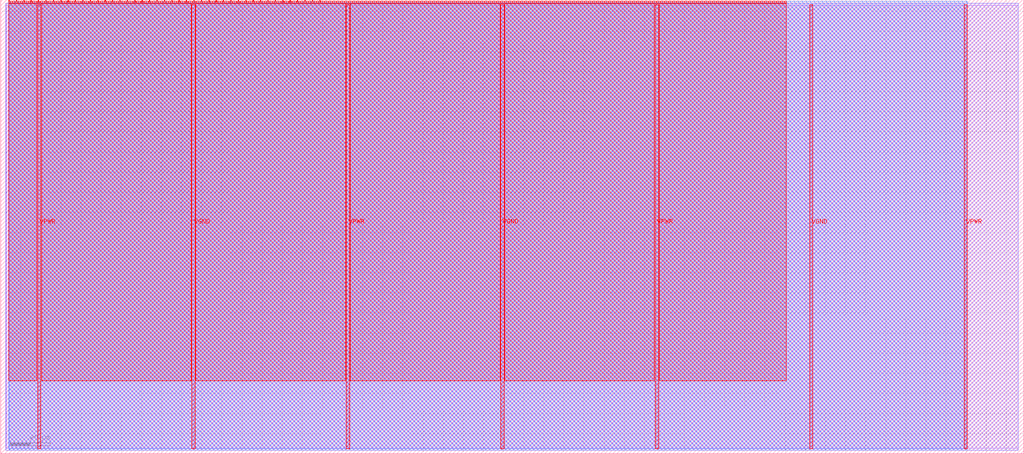
<source format=lef>
VERSION 5.7 ;
  NOWIREEXTENSIONATPIN ON ;
  DIVIDERCHAR "/" ;
  BUSBITCHARS "[]" ;
MACRO tt_um_rejunity_1_58bit
  CLASS BLOCK ;
  FOREIGN tt_um_rejunity_1_58bit ;
  ORIGIN 0.000 0.000 ;
  SIZE 508.760 BY 225.760 ;
  PIN VGND
    DIRECTION INOUT ;
    USE GROUND ;
    PORT
      LAYER met4 ;
        RECT 95.080 2.480 96.680 223.280 ;
    END
    PORT
      LAYER met4 ;
        RECT 248.680 2.480 250.280 223.280 ;
    END
    PORT
      LAYER met4 ;
        RECT 402.280 2.480 403.880 223.280 ;
    END
  END VGND
  PIN VPWR
    DIRECTION INOUT ;
    USE POWER ;
    PORT
      LAYER met4 ;
        RECT 18.280 2.480 19.880 223.280 ;
    END
    PORT
      LAYER met4 ;
        RECT 171.880 2.480 173.480 223.280 ;
    END
    PORT
      LAYER met4 ;
        RECT 325.480 2.480 327.080 223.280 ;
    END
    PORT
      LAYER met4 ;
        RECT 479.080 2.480 480.680 223.280 ;
    END
  END VPWR
  PIN clk
    DIRECTION INPUT ;
    USE SIGNAL ;
    ANTENNAGATEAREA 0.852000 ;
    PORT
      LAYER met4 ;
        RECT 154.870 224.760 155.170 225.760 ;
    END
  END clk
  PIN ena
    DIRECTION INPUT ;
    USE SIGNAL ;
    ANTENNAGATEAREA 0.159000 ;
    PORT
      LAYER met4 ;
        RECT 158.550 224.760 158.850 225.760 ;
    END
  END ena
  PIN rst_n
    DIRECTION INPUT ;
    USE SIGNAL ;
    ANTENNAGATEAREA 0.213000 ;
    PORT
      LAYER met4 ;
        RECT 151.190 224.760 151.490 225.760 ;
    END
  END rst_n
  PIN ui_in[0]
    DIRECTION INPUT ;
    USE SIGNAL ;
    ANTENNAGATEAREA 0.213000 ;
    PORT
      LAYER met4 ;
        RECT 147.510 224.760 147.810 225.760 ;
    END
  END ui_in[0]
  PIN ui_in[1]
    DIRECTION INPUT ;
    USE SIGNAL ;
    ANTENNAGATEAREA 0.196500 ;
    PORT
      LAYER met4 ;
        RECT 143.830 224.760 144.130 225.760 ;
    END
  END ui_in[1]
  PIN ui_in[2]
    DIRECTION INPUT ;
    USE SIGNAL ;
    ANTENNAGATEAREA 0.196500 ;
    PORT
      LAYER met4 ;
        RECT 140.150 224.760 140.450 225.760 ;
    END
  END ui_in[2]
  PIN ui_in[3]
    DIRECTION INPUT ;
    USE SIGNAL ;
    ANTENNAGATEAREA 0.213000 ;
    PORT
      LAYER met4 ;
        RECT 136.470 224.760 136.770 225.760 ;
    END
  END ui_in[3]
  PIN ui_in[4]
    DIRECTION INPUT ;
    USE SIGNAL ;
    ANTENNAGATEAREA 0.126000 ;
    PORT
      LAYER met4 ;
        RECT 132.790 224.760 133.090 225.760 ;
    END
  END ui_in[4]
  PIN ui_in[5]
    DIRECTION INPUT ;
    USE SIGNAL ;
    ANTENNAGATEAREA 0.159000 ;
    PORT
      LAYER met4 ;
        RECT 129.110 224.760 129.410 225.760 ;
    END
  END ui_in[5]
  PIN ui_in[6]
    DIRECTION INPUT ;
    USE SIGNAL ;
    ANTENNAGATEAREA 0.196500 ;
    PORT
      LAYER met4 ;
        RECT 125.430 224.760 125.730 225.760 ;
    END
  END ui_in[6]
  PIN ui_in[7]
    DIRECTION INPUT ;
    USE SIGNAL ;
    ANTENNAGATEAREA 0.196500 ;
    PORT
      LAYER met4 ;
        RECT 121.750 224.760 122.050 225.760 ;
    END
  END ui_in[7]
  PIN uio_in[0]
    DIRECTION INPUT ;
    USE SIGNAL ;
    ANTENNAGATEAREA 0.196500 ;
    PORT
      LAYER met4 ;
        RECT 118.070 224.760 118.370 225.760 ;
    END
  END uio_in[0]
  PIN uio_in[1]
    DIRECTION INPUT ;
    USE SIGNAL ;
    ANTENNAGATEAREA 0.196500 ;
    PORT
      LAYER met4 ;
        RECT 114.390 224.760 114.690 225.760 ;
    END
  END uio_in[1]
  PIN uio_in[2]
    DIRECTION INPUT ;
    USE SIGNAL ;
    ANTENNAGATEAREA 0.196500 ;
    PORT
      LAYER met4 ;
        RECT 110.710 224.760 111.010 225.760 ;
    END
  END uio_in[2]
  PIN uio_in[3]
    DIRECTION INPUT ;
    USE SIGNAL ;
    ANTENNAGATEAREA 0.196500 ;
    PORT
      LAYER met4 ;
        RECT 107.030 224.760 107.330 225.760 ;
    END
  END uio_in[3]
  PIN uio_in[4]
    DIRECTION INPUT ;
    USE SIGNAL ;
    ANTENNAGATEAREA 0.196500 ;
    PORT
      LAYER met4 ;
        RECT 103.350 224.760 103.650 225.760 ;
    END
  END uio_in[4]
  PIN uio_in[5]
    DIRECTION INPUT ;
    USE SIGNAL ;
    ANTENNAGATEAREA 0.196500 ;
    PORT
      LAYER met4 ;
        RECT 99.670 224.760 99.970 225.760 ;
    END
  END uio_in[5]
  PIN uio_in[6]
    DIRECTION INPUT ;
    USE SIGNAL ;
    ANTENNAGATEAREA 0.196500 ;
    PORT
      LAYER met4 ;
        RECT 95.990 224.760 96.290 225.760 ;
    END
  END uio_in[6]
  PIN uio_in[7]
    DIRECTION INPUT ;
    USE SIGNAL ;
    ANTENNAGATEAREA 0.196500 ;
    PORT
      LAYER met4 ;
        RECT 92.310 224.760 92.610 225.760 ;
    END
  END uio_in[7]
  PIN uio_oe[0]
    DIRECTION OUTPUT TRISTATE ;
    USE SIGNAL ;
    PORT
      LAYER met4 ;
        RECT 29.750 224.760 30.050 225.760 ;
    END
  END uio_oe[0]
  PIN uio_oe[1]
    DIRECTION OUTPUT TRISTATE ;
    USE SIGNAL ;
    PORT
      LAYER met4 ;
        RECT 26.070 224.760 26.370 225.760 ;
    END
  END uio_oe[1]
  PIN uio_oe[2]
    DIRECTION OUTPUT TRISTATE ;
    USE SIGNAL ;
    PORT
      LAYER met4 ;
        RECT 22.390 224.760 22.690 225.760 ;
    END
  END uio_oe[2]
  PIN uio_oe[3]
    DIRECTION OUTPUT TRISTATE ;
    USE SIGNAL ;
    PORT
      LAYER met4 ;
        RECT 18.710 224.760 19.010 225.760 ;
    END
  END uio_oe[3]
  PIN uio_oe[4]
    DIRECTION OUTPUT TRISTATE ;
    USE SIGNAL ;
    PORT
      LAYER met4 ;
        RECT 15.030 224.760 15.330 225.760 ;
    END
  END uio_oe[4]
  PIN uio_oe[5]
    DIRECTION OUTPUT TRISTATE ;
    USE SIGNAL ;
    PORT
      LAYER met4 ;
        RECT 11.350 224.760 11.650 225.760 ;
    END
  END uio_oe[5]
  PIN uio_oe[6]
    DIRECTION OUTPUT TRISTATE ;
    USE SIGNAL ;
    PORT
      LAYER met4 ;
        RECT 7.670 224.760 7.970 225.760 ;
    END
  END uio_oe[6]
  PIN uio_oe[7]
    DIRECTION OUTPUT TRISTATE ;
    USE SIGNAL ;
    PORT
      LAYER met4 ;
        RECT 3.990 224.760 4.290 225.760 ;
    END
  END uio_oe[7]
  PIN uio_out[0]
    DIRECTION OUTPUT TRISTATE ;
    USE SIGNAL ;
    PORT
      LAYER met4 ;
        RECT 59.190 224.760 59.490 225.760 ;
    END
  END uio_out[0]
  PIN uio_out[1]
    DIRECTION OUTPUT TRISTATE ;
    USE SIGNAL ;
    PORT
      LAYER met4 ;
        RECT 55.510 224.760 55.810 225.760 ;
    END
  END uio_out[1]
  PIN uio_out[2]
    DIRECTION OUTPUT TRISTATE ;
    USE SIGNAL ;
    PORT
      LAYER met4 ;
        RECT 51.830 224.760 52.130 225.760 ;
    END
  END uio_out[2]
  PIN uio_out[3]
    DIRECTION OUTPUT TRISTATE ;
    USE SIGNAL ;
    PORT
      LAYER met4 ;
        RECT 48.150 224.760 48.450 225.760 ;
    END
  END uio_out[3]
  PIN uio_out[4]
    DIRECTION OUTPUT TRISTATE ;
    USE SIGNAL ;
    PORT
      LAYER met4 ;
        RECT 44.470 224.760 44.770 225.760 ;
    END
  END uio_out[4]
  PIN uio_out[5]
    DIRECTION OUTPUT TRISTATE ;
    USE SIGNAL ;
    PORT
      LAYER met4 ;
        RECT 40.790 224.760 41.090 225.760 ;
    END
  END uio_out[5]
  PIN uio_out[6]
    DIRECTION OUTPUT TRISTATE ;
    USE SIGNAL ;
    PORT
      LAYER met4 ;
        RECT 37.110 224.760 37.410 225.760 ;
    END
  END uio_out[6]
  PIN uio_out[7]
    DIRECTION OUTPUT TRISTATE ;
    USE SIGNAL ;
    PORT
      LAYER met4 ;
        RECT 33.430 224.760 33.730 225.760 ;
    END
  END uio_out[7]
  PIN uo_out[0]
    DIRECTION OUTPUT TRISTATE ;
    USE SIGNAL ;
    ANTENNADIFFAREA 0.445500 ;
    PORT
      LAYER met4 ;
        RECT 88.630 224.760 88.930 225.760 ;
    END
  END uo_out[0]
  PIN uo_out[1]
    DIRECTION OUTPUT TRISTATE ;
    USE SIGNAL ;
    ANTENNADIFFAREA 0.445500 ;
    PORT
      LAYER met4 ;
        RECT 84.950 224.760 85.250 225.760 ;
    END
  END uo_out[1]
  PIN uo_out[2]
    DIRECTION OUTPUT TRISTATE ;
    USE SIGNAL ;
    ANTENNADIFFAREA 0.445500 ;
    PORT
      LAYER met4 ;
        RECT 81.270 224.760 81.570 225.760 ;
    END
  END uo_out[2]
  PIN uo_out[3]
    DIRECTION OUTPUT TRISTATE ;
    USE SIGNAL ;
    ANTENNADIFFAREA 0.445500 ;
    PORT
      LAYER met4 ;
        RECT 77.590 224.760 77.890 225.760 ;
    END
  END uo_out[3]
  PIN uo_out[4]
    DIRECTION OUTPUT TRISTATE ;
    USE SIGNAL ;
    ANTENNADIFFAREA 0.445500 ;
    PORT
      LAYER met4 ;
        RECT 73.910 224.760 74.210 225.760 ;
    END
  END uo_out[4]
  PIN uo_out[5]
    DIRECTION OUTPUT TRISTATE ;
    USE SIGNAL ;
    ANTENNADIFFAREA 0.445500 ;
    PORT
      LAYER met4 ;
        RECT 70.230 224.760 70.530 225.760 ;
    END
  END uo_out[5]
  PIN uo_out[6]
    DIRECTION OUTPUT TRISTATE ;
    USE SIGNAL ;
    ANTENNADIFFAREA 0.445500 ;
    PORT
      LAYER met4 ;
        RECT 66.550 224.760 66.850 225.760 ;
    END
  END uo_out[6]
  PIN uo_out[7]
    DIRECTION OUTPUT TRISTATE ;
    USE SIGNAL ;
    ANTENNADIFFAREA 0.445500 ;
    PORT
      LAYER met4 ;
        RECT 62.870 224.760 63.170 225.760 ;
    END
  END uo_out[7]
  OBS
      LAYER li1 ;
        RECT 2.760 2.635 506.000 223.125 ;
      LAYER met1 ;
        RECT 2.460 1.740 506.000 224.020 ;
      LAYER met2 ;
        RECT 4.230 1.710 480.650 224.925 ;
      LAYER met3 ;
        RECT 3.950 2.555 480.670 224.905 ;
      LAYER met4 ;
        RECT 4.690 224.360 7.270 224.905 ;
        RECT 8.370 224.360 10.950 224.905 ;
        RECT 12.050 224.360 14.630 224.905 ;
        RECT 15.730 224.360 18.310 224.905 ;
        RECT 19.410 224.360 21.990 224.905 ;
        RECT 23.090 224.360 25.670 224.905 ;
        RECT 26.770 224.360 29.350 224.905 ;
        RECT 30.450 224.360 33.030 224.905 ;
        RECT 34.130 224.360 36.710 224.905 ;
        RECT 37.810 224.360 40.390 224.905 ;
        RECT 41.490 224.360 44.070 224.905 ;
        RECT 45.170 224.360 47.750 224.905 ;
        RECT 48.850 224.360 51.430 224.905 ;
        RECT 52.530 224.360 55.110 224.905 ;
        RECT 56.210 224.360 58.790 224.905 ;
        RECT 59.890 224.360 62.470 224.905 ;
        RECT 63.570 224.360 66.150 224.905 ;
        RECT 67.250 224.360 69.830 224.905 ;
        RECT 70.930 224.360 73.510 224.905 ;
        RECT 74.610 224.360 77.190 224.905 ;
        RECT 78.290 224.360 80.870 224.905 ;
        RECT 81.970 224.360 84.550 224.905 ;
        RECT 85.650 224.360 88.230 224.905 ;
        RECT 89.330 224.360 91.910 224.905 ;
        RECT 93.010 224.360 95.590 224.905 ;
        RECT 96.690 224.360 99.270 224.905 ;
        RECT 100.370 224.360 102.950 224.905 ;
        RECT 104.050 224.360 106.630 224.905 ;
        RECT 107.730 224.360 110.310 224.905 ;
        RECT 111.410 224.360 113.990 224.905 ;
        RECT 115.090 224.360 117.670 224.905 ;
        RECT 118.770 224.360 121.350 224.905 ;
        RECT 122.450 224.360 125.030 224.905 ;
        RECT 126.130 224.360 128.710 224.905 ;
        RECT 129.810 224.360 132.390 224.905 ;
        RECT 133.490 224.360 136.070 224.905 ;
        RECT 137.170 224.360 139.750 224.905 ;
        RECT 140.850 224.360 143.430 224.905 ;
        RECT 144.530 224.360 147.110 224.905 ;
        RECT 148.210 224.360 150.790 224.905 ;
        RECT 151.890 224.360 154.470 224.905 ;
        RECT 155.570 224.360 158.150 224.905 ;
        RECT 159.250 224.360 390.705 224.905 ;
        RECT 3.975 223.680 390.705 224.360 ;
        RECT 3.975 36.215 17.880 223.680 ;
        RECT 20.280 36.215 94.680 223.680 ;
        RECT 97.080 36.215 171.480 223.680 ;
        RECT 173.880 36.215 248.280 223.680 ;
        RECT 250.680 36.215 325.080 223.680 ;
        RECT 327.480 36.215 390.705 223.680 ;
  END
END tt_um_rejunity_1_58bit
END LIBRARY


</source>
